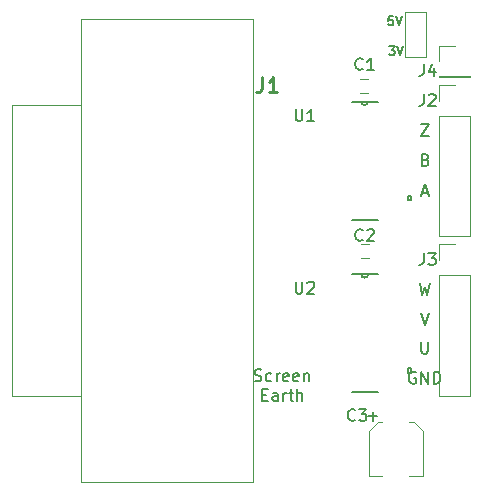
<source format=gbr>
G04 #@! TF.GenerationSoftware,KiCad,Pcbnew,(5.1.5-0-10_14)*
G04 #@! TF.CreationDate,2020-04-14T14:24:53+01:00*
G04 #@! TF.ProjectId,RS422,52533432-322e-46b6-9963-61645f706362,rev?*
G04 #@! TF.SameCoordinates,Original*
G04 #@! TF.FileFunction,Legend,Top*
G04 #@! TF.FilePolarity,Positive*
%FSLAX46Y46*%
G04 Gerber Fmt 4.6, Leading zero omitted, Abs format (unit mm)*
G04 Created by KiCad (PCBNEW (5.1.5-0-10_14)) date 2020-04-14 14:24:53*
%MOMM*%
%LPD*%
G04 APERTURE LIST*
%ADD10C,0.150000*%
%ADD11C,0.187500*%
%ADD12C,0.120000*%
%ADD13C,0.152400*%
%ADD14C,0.100000*%
%ADD15C,0.254000*%
G04 APERTURE END LIST*
D10*
X117681666Y-92289761D02*
X117824523Y-92337380D01*
X118062619Y-92337380D01*
X118157857Y-92289761D01*
X118205476Y-92242142D01*
X118253095Y-92146904D01*
X118253095Y-92051666D01*
X118205476Y-91956428D01*
X118157857Y-91908809D01*
X118062619Y-91861190D01*
X117872142Y-91813571D01*
X117776904Y-91765952D01*
X117729285Y-91718333D01*
X117681666Y-91623095D01*
X117681666Y-91527857D01*
X117729285Y-91432619D01*
X117776904Y-91385000D01*
X117872142Y-91337380D01*
X118110238Y-91337380D01*
X118253095Y-91385000D01*
X119110238Y-92289761D02*
X119015000Y-92337380D01*
X118824523Y-92337380D01*
X118729285Y-92289761D01*
X118681666Y-92242142D01*
X118634047Y-92146904D01*
X118634047Y-91861190D01*
X118681666Y-91765952D01*
X118729285Y-91718333D01*
X118824523Y-91670714D01*
X119015000Y-91670714D01*
X119110238Y-91718333D01*
X119538809Y-92337380D02*
X119538809Y-91670714D01*
X119538809Y-91861190D02*
X119586428Y-91765952D01*
X119634047Y-91718333D01*
X119729285Y-91670714D01*
X119824523Y-91670714D01*
X120538809Y-92289761D02*
X120443571Y-92337380D01*
X120253095Y-92337380D01*
X120157857Y-92289761D01*
X120110238Y-92194523D01*
X120110238Y-91813571D01*
X120157857Y-91718333D01*
X120253095Y-91670714D01*
X120443571Y-91670714D01*
X120538809Y-91718333D01*
X120586428Y-91813571D01*
X120586428Y-91908809D01*
X120110238Y-92004047D01*
X121395952Y-92289761D02*
X121300714Y-92337380D01*
X121110238Y-92337380D01*
X121015000Y-92289761D01*
X120967380Y-92194523D01*
X120967380Y-91813571D01*
X121015000Y-91718333D01*
X121110238Y-91670714D01*
X121300714Y-91670714D01*
X121395952Y-91718333D01*
X121443571Y-91813571D01*
X121443571Y-91908809D01*
X120967380Y-92004047D01*
X121872142Y-91670714D02*
X121872142Y-92337380D01*
X121872142Y-91765952D02*
X121919761Y-91718333D01*
X122015000Y-91670714D01*
X122157857Y-91670714D01*
X122253095Y-91718333D01*
X122300714Y-91813571D01*
X122300714Y-92337380D01*
X118300714Y-93463571D02*
X118634047Y-93463571D01*
X118776904Y-93987380D02*
X118300714Y-93987380D01*
X118300714Y-92987380D01*
X118776904Y-92987380D01*
X119634047Y-93987380D02*
X119634047Y-93463571D01*
X119586428Y-93368333D01*
X119491190Y-93320714D01*
X119300714Y-93320714D01*
X119205476Y-93368333D01*
X119634047Y-93939761D02*
X119538809Y-93987380D01*
X119300714Y-93987380D01*
X119205476Y-93939761D01*
X119157857Y-93844523D01*
X119157857Y-93749285D01*
X119205476Y-93654047D01*
X119300714Y-93606428D01*
X119538809Y-93606428D01*
X119634047Y-93558809D01*
X120110238Y-93987380D02*
X120110238Y-93320714D01*
X120110238Y-93511190D02*
X120157857Y-93415952D01*
X120205476Y-93368333D01*
X120300714Y-93320714D01*
X120395952Y-93320714D01*
X120586428Y-93320714D02*
X120967380Y-93320714D01*
X120729285Y-92987380D02*
X120729285Y-93844523D01*
X120776904Y-93939761D01*
X120872142Y-93987380D01*
X120967380Y-93987380D01*
X121300714Y-93987380D02*
X121300714Y-92987380D01*
X121729285Y-93987380D02*
X121729285Y-93463571D01*
X121681666Y-93368333D01*
X121586428Y-93320714D01*
X121443571Y-93320714D01*
X121348333Y-93368333D01*
X121300714Y-93415952D01*
X131318095Y-91575000D02*
X131222857Y-91527380D01*
X131080000Y-91527380D01*
X130937142Y-91575000D01*
X130841904Y-91670238D01*
X130794285Y-91765476D01*
X130746666Y-91955952D01*
X130746666Y-92098809D01*
X130794285Y-92289285D01*
X130841904Y-92384523D01*
X130937142Y-92479761D01*
X131080000Y-92527380D01*
X131175238Y-92527380D01*
X131318095Y-92479761D01*
X131365714Y-92432142D01*
X131365714Y-92098809D01*
X131175238Y-92098809D01*
X131794285Y-92527380D02*
X131794285Y-91527380D01*
X132365714Y-92527380D01*
X132365714Y-91527380D01*
X132841904Y-92527380D02*
X132841904Y-91527380D01*
X133080000Y-91527380D01*
X133222857Y-91575000D01*
X133318095Y-91670238D01*
X133365714Y-91765476D01*
X133413333Y-91955952D01*
X133413333Y-92098809D01*
X133365714Y-92289285D01*
X133318095Y-92384523D01*
X133222857Y-92479761D01*
X133080000Y-92527380D01*
X132841904Y-92527380D01*
X131841904Y-76366666D02*
X132318095Y-76366666D01*
X131746666Y-76652380D02*
X132080000Y-75652380D01*
X132413333Y-76652380D01*
X132151428Y-73588571D02*
X132294285Y-73636190D01*
X132341904Y-73683809D01*
X132389523Y-73779047D01*
X132389523Y-73921904D01*
X132341904Y-74017142D01*
X132294285Y-74064761D01*
X132199047Y-74112380D01*
X131818095Y-74112380D01*
X131818095Y-73112380D01*
X132151428Y-73112380D01*
X132246666Y-73160000D01*
X132294285Y-73207619D01*
X132341904Y-73302857D01*
X132341904Y-73398095D01*
X132294285Y-73493333D01*
X132246666Y-73540952D01*
X132151428Y-73588571D01*
X131818095Y-73588571D01*
X131746666Y-70572380D02*
X132413333Y-70572380D01*
X131746666Y-71572380D01*
X132413333Y-71572380D01*
X131794285Y-88987380D02*
X131794285Y-89796904D01*
X131841904Y-89892142D01*
X131889523Y-89939761D01*
X131984761Y-89987380D01*
X132175238Y-89987380D01*
X132270476Y-89939761D01*
X132318095Y-89892142D01*
X132365714Y-89796904D01*
X132365714Y-88987380D01*
X131746666Y-86572380D02*
X132080000Y-87572380D01*
X132413333Y-86572380D01*
X131651428Y-84032380D02*
X131889523Y-85032380D01*
X132080000Y-84318095D01*
X132270476Y-85032380D01*
X132508571Y-84032380D01*
D11*
X129397142Y-61438285D02*
X129040000Y-61438285D01*
X129004285Y-61795428D01*
X129040000Y-61759714D01*
X129111428Y-61724000D01*
X129290000Y-61724000D01*
X129361428Y-61759714D01*
X129397142Y-61795428D01*
X129432857Y-61866857D01*
X129432857Y-62045428D01*
X129397142Y-62116857D01*
X129361428Y-62152571D01*
X129290000Y-62188285D01*
X129111428Y-62188285D01*
X129040000Y-62152571D01*
X129004285Y-62116857D01*
X129647142Y-61438285D02*
X129897142Y-62188285D01*
X130147142Y-61438285D01*
X129095571Y-63978285D02*
X129559857Y-63978285D01*
X129309857Y-64264000D01*
X129417000Y-64264000D01*
X129488428Y-64299714D01*
X129524142Y-64335428D01*
X129559857Y-64406857D01*
X129559857Y-64585428D01*
X129524142Y-64656857D01*
X129488428Y-64692571D01*
X129417000Y-64728285D01*
X129202714Y-64728285D01*
X129131285Y-64692571D01*
X129095571Y-64656857D01*
X129774142Y-63978285D02*
X130024142Y-64728285D01*
X130274142Y-63978285D01*
D12*
X126650000Y-80680000D02*
X127350000Y-80680000D01*
X127350000Y-81880000D02*
X126650000Y-81880000D01*
X126618000Y-66710000D02*
X127318000Y-66710000D01*
X127318000Y-67910000D02*
X126618000Y-67910000D01*
X132208000Y-64902000D02*
X132208000Y-61082000D01*
X132208000Y-61082000D02*
X130428000Y-61082000D01*
X130428000Y-61082000D02*
X130428000Y-64902000D01*
X132208000Y-64902000D02*
X130428000Y-64902000D01*
X133290000Y-66570000D02*
X135950000Y-66570000D01*
X133290000Y-66510000D02*
X133290000Y-66570000D01*
X135950000Y-66510000D02*
X135950000Y-66570000D01*
X133290000Y-66510000D02*
X135950000Y-66510000D01*
X133290000Y-65240000D02*
X133290000Y-63910000D01*
X133290000Y-63910000D02*
X134620000Y-63910000D01*
D13*
X125910697Y-93268800D02*
X128089303Y-93268800D01*
X128089303Y-83261200D02*
X125910697Y-83261200D01*
X130962400Y-91249500D02*
X130962400Y-91630500D01*
X130962400Y-91630500D02*
X130708400Y-91630500D01*
X130708400Y-91630500D02*
X130708400Y-91249500D01*
X130708400Y-91249500D02*
X130962400Y-91249500D01*
X126695200Y-83261200D02*
G75*
G03X127304800Y-83261200I304800J0D01*
G01*
D14*
X117550000Y-61645000D02*
X117550000Y-100835000D01*
X117550000Y-100835000D02*
X102950000Y-100835000D01*
X102950000Y-100835000D02*
X102950000Y-61645000D01*
X102950000Y-61645000D02*
X117550000Y-61645000D01*
X102950000Y-68910000D02*
X102950000Y-93570000D01*
X102950000Y-93570000D02*
X97150000Y-93570000D01*
X97150000Y-93570000D02*
X97150000Y-68910000D01*
X97150000Y-68910000D02*
X102950000Y-68910000D01*
D12*
X131140000Y-95790000D02*
X130740000Y-95790000D01*
X131910000Y-100370000D02*
X130740000Y-100370000D01*
X127330000Y-100370000D02*
X128500000Y-100370000D01*
X128100000Y-95790000D02*
X128500000Y-95790000D01*
X127330000Y-96560000D02*
X127330000Y-100370000D01*
X127330000Y-96560000D02*
X128100000Y-95790000D01*
X131910000Y-96560000D02*
X131910000Y-100370000D01*
X131910000Y-96560000D02*
X131140000Y-95790000D01*
X133290000Y-67250000D02*
X134620000Y-67250000D01*
X133290000Y-68580000D02*
X133290000Y-67250000D01*
X133290000Y-69850000D02*
X135950000Y-69850000D01*
X135950000Y-69850000D02*
X135950000Y-80070000D01*
X133290000Y-69850000D02*
X133290000Y-80070000D01*
X133290000Y-80070000D02*
X135950000Y-80070000D01*
X133290000Y-80750000D02*
X134620000Y-80750000D01*
X133290000Y-82080000D02*
X133290000Y-80750000D01*
X133290000Y-83350000D02*
X135950000Y-83350000D01*
X135950000Y-83350000D02*
X135950000Y-93570000D01*
X133290000Y-83350000D02*
X133290000Y-93570000D01*
X133290000Y-93570000D02*
X135950000Y-93570000D01*
D13*
X126695200Y-68656200D02*
G75*
G03X127304800Y-68656200I304800J0D01*
G01*
X130708400Y-76644500D02*
X130962400Y-76644500D01*
X130708400Y-77025500D02*
X130708400Y-76644500D01*
X130962400Y-77025500D02*
X130708400Y-77025500D01*
X130962400Y-76644500D02*
X130962400Y-77025500D01*
X128089303Y-68656200D02*
X125910697Y-68656200D01*
X125910697Y-78663800D02*
X128089303Y-78663800D01*
D10*
X126833333Y-80367142D02*
X126785714Y-80414761D01*
X126642857Y-80462380D01*
X126547619Y-80462380D01*
X126404761Y-80414761D01*
X126309523Y-80319523D01*
X126261904Y-80224285D01*
X126214285Y-80033809D01*
X126214285Y-79890952D01*
X126261904Y-79700476D01*
X126309523Y-79605238D01*
X126404761Y-79510000D01*
X126547619Y-79462380D01*
X126642857Y-79462380D01*
X126785714Y-79510000D01*
X126833333Y-79557619D01*
X127214285Y-79557619D02*
X127261904Y-79510000D01*
X127357142Y-79462380D01*
X127595238Y-79462380D01*
X127690476Y-79510000D01*
X127738095Y-79557619D01*
X127785714Y-79652857D01*
X127785714Y-79748095D01*
X127738095Y-79890952D01*
X127166666Y-80462380D01*
X127785714Y-80462380D01*
X126833333Y-65889142D02*
X126785714Y-65936761D01*
X126642857Y-65984380D01*
X126547619Y-65984380D01*
X126404761Y-65936761D01*
X126309523Y-65841523D01*
X126261904Y-65746285D01*
X126214285Y-65555809D01*
X126214285Y-65412952D01*
X126261904Y-65222476D01*
X126309523Y-65127238D01*
X126404761Y-65032000D01*
X126547619Y-64984380D01*
X126642857Y-64984380D01*
X126785714Y-65032000D01*
X126833333Y-65079619D01*
X127785714Y-65984380D02*
X127214285Y-65984380D01*
X127500000Y-65984380D02*
X127500000Y-64984380D01*
X127404761Y-65127238D01*
X127309523Y-65222476D01*
X127214285Y-65270095D01*
X132000666Y-65492380D02*
X132000666Y-66206666D01*
X131953047Y-66349523D01*
X131857809Y-66444761D01*
X131714952Y-66492380D01*
X131619714Y-66492380D01*
X132905428Y-65825714D02*
X132905428Y-66492380D01*
X132667333Y-65444761D02*
X132429238Y-66159047D01*
X133048285Y-66159047D01*
X121158095Y-83907380D02*
X121158095Y-84716904D01*
X121205714Y-84812142D01*
X121253333Y-84859761D01*
X121348571Y-84907380D01*
X121539047Y-84907380D01*
X121634285Y-84859761D01*
X121681904Y-84812142D01*
X121729523Y-84716904D01*
X121729523Y-83907380D01*
X122158095Y-84002619D02*
X122205714Y-83955000D01*
X122300952Y-83907380D01*
X122539047Y-83907380D01*
X122634285Y-83955000D01*
X122681904Y-84002619D01*
X122729523Y-84097857D01*
X122729523Y-84193095D01*
X122681904Y-84335952D01*
X122110476Y-84907380D01*
X122729523Y-84907380D01*
D15*
X118321666Y-66614523D02*
X118321666Y-67521666D01*
X118261190Y-67703095D01*
X118140238Y-67824047D01*
X117958809Y-67884523D01*
X117837857Y-67884523D01*
X119591666Y-67884523D02*
X118865952Y-67884523D01*
X119228809Y-67884523D02*
X119228809Y-66614523D01*
X119107857Y-66795952D01*
X118986904Y-66916904D01*
X118865952Y-66977380D01*
D10*
X126198333Y-95607142D02*
X126150714Y-95654761D01*
X126007857Y-95702380D01*
X125912619Y-95702380D01*
X125769761Y-95654761D01*
X125674523Y-95559523D01*
X125626904Y-95464285D01*
X125579285Y-95273809D01*
X125579285Y-95130952D01*
X125626904Y-94940476D01*
X125674523Y-94845238D01*
X125769761Y-94750000D01*
X125912619Y-94702380D01*
X126007857Y-94702380D01*
X126150714Y-94750000D01*
X126198333Y-94797619D01*
X126531666Y-94702380D02*
X127150714Y-94702380D01*
X126817380Y-95083333D01*
X126960238Y-95083333D01*
X127055476Y-95130952D01*
X127103095Y-95178571D01*
X127150714Y-95273809D01*
X127150714Y-95511904D01*
X127103095Y-95607142D01*
X127055476Y-95654761D01*
X126960238Y-95702380D01*
X126674523Y-95702380D01*
X126579285Y-95654761D01*
X126531666Y-95607142D01*
X127681428Y-95690952D02*
X127681428Y-94929047D01*
X128062380Y-95310000D02*
X127300476Y-95310000D01*
X132000666Y-68032380D02*
X132000666Y-68746666D01*
X131953047Y-68889523D01*
X131857809Y-68984761D01*
X131714952Y-69032380D01*
X131619714Y-69032380D01*
X132429238Y-68127619D02*
X132476857Y-68080000D01*
X132572095Y-68032380D01*
X132810190Y-68032380D01*
X132905428Y-68080000D01*
X132953047Y-68127619D01*
X133000666Y-68222857D01*
X133000666Y-68318095D01*
X132953047Y-68460952D01*
X132381619Y-69032380D01*
X133000666Y-69032380D01*
X132000666Y-81492380D02*
X132000666Y-82206666D01*
X131953047Y-82349523D01*
X131857809Y-82444761D01*
X131714952Y-82492380D01*
X131619714Y-82492380D01*
X132381619Y-81492380D02*
X133000666Y-81492380D01*
X132667333Y-81873333D01*
X132810190Y-81873333D01*
X132905428Y-81920952D01*
X132953047Y-81968571D01*
X133000666Y-82063809D01*
X133000666Y-82301904D01*
X132953047Y-82397142D01*
X132905428Y-82444761D01*
X132810190Y-82492380D01*
X132524476Y-82492380D01*
X132429238Y-82444761D01*
X132381619Y-82397142D01*
X121158095Y-69302380D02*
X121158095Y-70111904D01*
X121205714Y-70207142D01*
X121253333Y-70254761D01*
X121348571Y-70302380D01*
X121539047Y-70302380D01*
X121634285Y-70254761D01*
X121681904Y-70207142D01*
X121729523Y-70111904D01*
X121729523Y-69302380D01*
X122729523Y-70302380D02*
X122158095Y-70302380D01*
X122443809Y-70302380D02*
X122443809Y-69302380D01*
X122348571Y-69445238D01*
X122253333Y-69540476D01*
X122158095Y-69588095D01*
M02*

</source>
